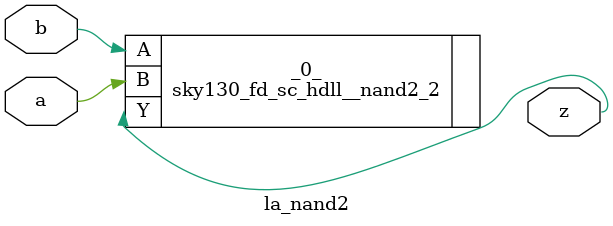
<source format=v>

/* Generated by Yosys 0.44 (git sha1 80ba43d26, g++ 11.4.0-1ubuntu1~22.04 -fPIC -O3) */

(* top =  1  *)
(* src = "inputs/la_nand2.v:10.1-20.10" *)
module la_nand2 (
    a,
    b,
    z
);
  (* src = "inputs/la_nand2.v:13.12-13.13" *)
  input a;
  wire a;
  (* src = "inputs/la_nand2.v:14.12-14.13" *)
  input b;
  wire b;
  (* src = "inputs/la_nand2.v:15.12-15.13" *)
  output z;
  wire z;
  sky130_fd_sc_hdll__nand2_2 _0_ (
      .A(b),
      .B(a),
      .Y(z)
  );
endmodule

</source>
